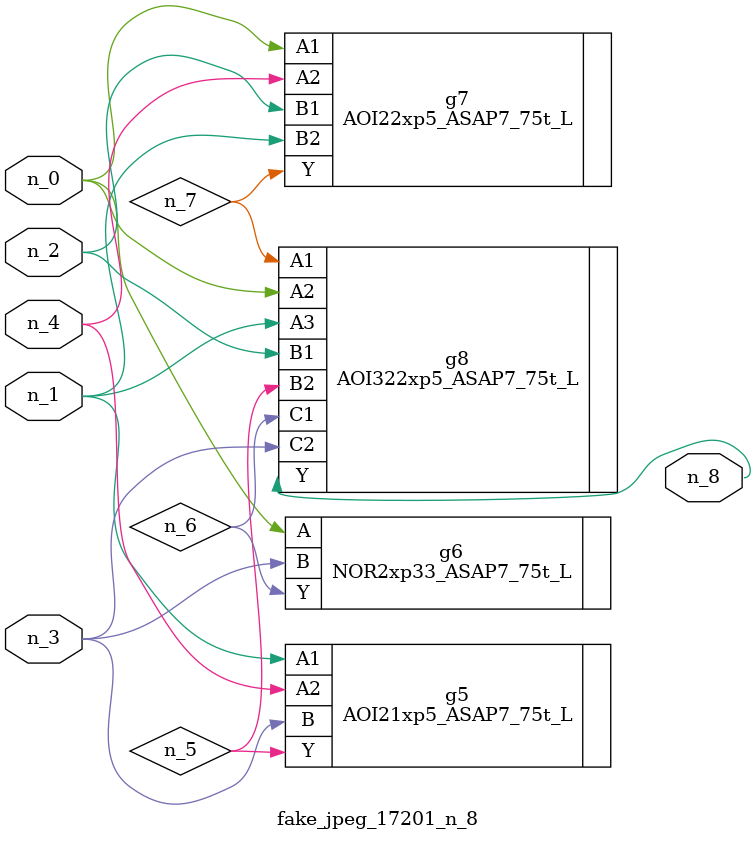
<source format=v>
module fake_jpeg_17201_n_8 (n_3, n_2, n_1, n_0, n_4, n_8);

input n_3;
input n_2;
input n_1;
input n_0;
input n_4;

output n_8;

wire n_6;
wire n_5;
wire n_7;

AOI21xp5_ASAP7_75t_L g5 ( 
.A1(n_1),
.A2(n_4),
.B(n_3),
.Y(n_5)
);

NOR2xp33_ASAP7_75t_L g6 ( 
.A(n_0),
.B(n_3),
.Y(n_6)
);

AOI22xp5_ASAP7_75t_L g7 ( 
.A1(n_0),
.A2(n_4),
.B1(n_2),
.B2(n_1),
.Y(n_7)
);

AOI322xp5_ASAP7_75t_L g8 ( 
.A1(n_7),
.A2(n_0),
.A3(n_1),
.B1(n_2),
.B2(n_5),
.C1(n_6),
.C2(n_3),
.Y(n_8)
);


endmodule
</source>
